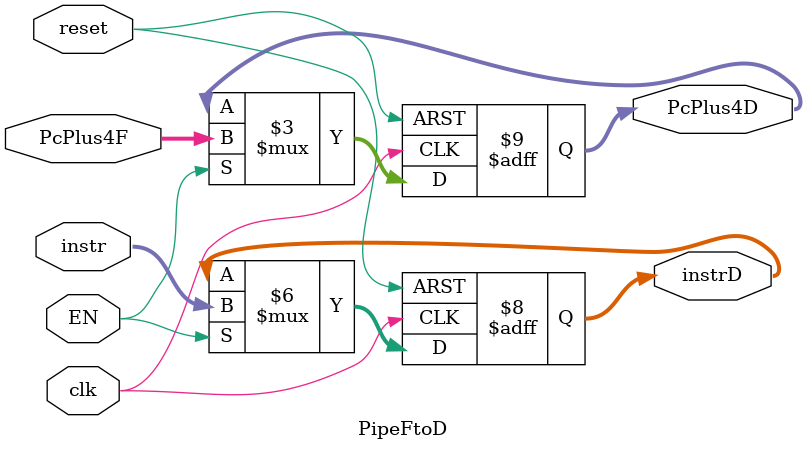
<source format=sv>
`timescale 1ns / 1ps

module PipeFtoD(input logic[31:0] instr, PcPlus4F,
                input logic EN, clk, reset,		// StallD will be connected as this EN
                output logic[31:0] instrD, PcPlus4D);
    
    always_ff @(posedge clk, posedge reset)begin
        if (reset)begin
            instrD <= 0;
            PcPlus4D <= 0;
        end
        else if(EN)
            begin
            instrD<=instr;
            PcPlus4D<=PcPlus4F;
            end
        else begin
            instrD <= instrD;
            PcPlus4D <= PcPlus4D;
        end
    end
endmodule
</source>
